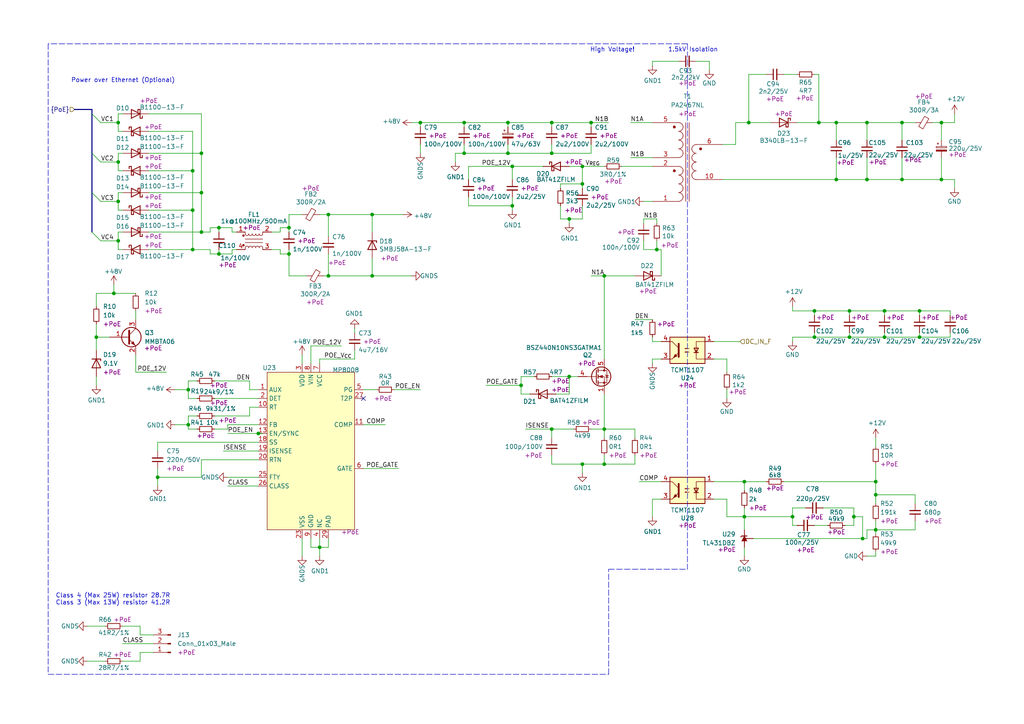
<source format=kicad_sch>
(kicad_sch (version 20210621) (generator eeschema)
  (paper "A4")
  (title_block (title "Power over Ethernet") (date "2021-08-30") (rev "proto1") (company "Nabu Casa") (comment 1 "www.nabucasa.com") (comment 2 "Yellow"))
  (junction (at 254 143.51) (diameter 0.9144))
  (junction (at 165.1 109.22) (diameter 0.9144))
  (junction (at 168.91 134.62) (diameter 0.9144))
  (junction (at 175.26 134.62) (diameter 0.9144))
  (junction (at 55.88 60.96) (diameter 0.9144))
  (junction (at 148.59 59.69) (diameter 0.9144))
  (junction (at 236.22 97.79) (diameter 0.9144))
  (junction (at 190.5 72.39) (diameter 0.9144))
  (junction (at 165.1 63.5) (diameter 0.9144))
  (junction (at 247.65 149.86))
  (junction (at 266.7 97.79) (diameter 0.9144))
  (junction (at 34.29 69.85) (diameter 0.9144))
  (junction (at 63.5 73.66) (diameter 0.9144))
  (junction (at 95.25 80.01) (diameter 0.9144))
  (junction (at 256.54 97.79) (diameter 0.9144))
  (junction (at 45.72 138.43) (diameter 0.9144))
  (junction (at 242.57 35.56) (diameter 0.9144))
  (junction (at 237.49 35.56) (diameter 0.9144))
  (junction (at 107.95 80.01) (diameter 0.9144))
  (junction (at 151.13 111.76) (diameter 0.9144))
  (junction (at 254 153.67) (diameter 0.9144))
  (junction (at 148.59 48.26) (diameter 0.9144))
  (junction (at 95.25 62.23) (diameter 0.9144))
  (junction (at 251.46 52.07) (diameter 0.9144))
  (junction (at 175.26 80.01) (diameter 0.9144))
  (junction (at 246.38 97.79) (diameter 0.9144))
  (junction (at 54.61 113.03) (diameter 0.9144))
  (junction (at 160.02 35.56) (diameter 0.9144))
  (junction (at 229.87 149.86) (diameter 0.9144))
  (junction (at 34.29 35.56) (diameter 0.9144))
  (junction (at 160.02 124.46) (diameter 0.9144))
  (junction (at 168.91 53.34) (diameter 0.9144))
  (junction (at 83.82 73.66) (diameter 0.9144))
  (junction (at 246.38 90.17) (diameter 0.9144))
  (junction (at 273.05 52.07) (diameter 0.9144))
  (junction (at 134.62 35.56) (diameter 0.9144))
  (junction (at 254 139.7) (diameter 0.9144))
  (junction (at 63.5 66.04) (diameter 0.9144))
  (junction (at 261.62 35.56) (diameter 0.9144))
  (junction (at 261.62 52.07) (diameter 0.9144))
  (junction (at 250.19 156.21))
  (junction (at 34.29 46.99) (diameter 0.9144))
  (junction (at 55.88 49.53) (diameter 0.9144))
  (junction (at 168.91 48.26) (diameter 0.9144))
  (junction (at 175.26 124.46) (diameter 0.9144))
  (junction (at 92.71 158.75) (diameter 0.9144))
  (junction (at 107.95 62.23) (diameter 0.9144))
  (junction (at 242.57 52.07) (diameter 0.9144))
  (junction (at 58.42 67.31) (diameter 0.9144))
  (junction (at 58.42 44.45) (diameter 0.9144))
  (junction (at 27.94 97.79) (diameter 0.9144))
  (junction (at 34.29 58.42) (diameter 0.9144))
  (junction (at 256.54 90.17) (diameter 0.9144))
  (junction (at 217.17 35.56) (diameter 0.9144))
  (junction (at 266.7 90.17) (diameter 0.9144))
  (junction (at 171.45 35.56) (diameter 0.9144))
  (junction (at 54.61 123.19) (diameter 0.9144))
  (junction (at 147.32 44.45) (diameter 0.9144))
  (junction (at 55.88 72.39) (diameter 0.9144))
  (junction (at 58.42 55.88) (diameter 0.9144))
  (junction (at 74.93 125.73))
  (junction (at 83.82 66.04) (diameter 0.9144))
  (junction (at 251.46 35.56) (diameter 0.9144))
  (junction (at 33.02 85.09) (diameter 0.9144))
  (junction (at 273.05 35.56) (diameter 0.9144))
  (junction (at 215.9 149.86) (diameter 0.9144))
  (junction (at 121.92 35.56) (diameter 0.9144))
  (junction (at 160.02 44.45) (diameter 0.9144))
  (junction (at 236.22 90.17) (diameter 0.9144))
  (junction (at 147.32 35.56) (diameter 0.9144))
  (junction (at 134.62 44.45) (diameter 0.9144))
  (junction (at 215.9 139.7) (diameter 0.9144))
  (no_connect (at 105.41 115.57))
  (bus_entry (at 26.67 33.02) (size 2.54 2.54) (stroke (width 0.1524)))
  (bus_entry (at 26.67 67.31) (size 2.54 2.54) (stroke (width 0.1524)))
  (bus_entry (at 26.67 44.45) (size 2.54 2.54) (stroke (width 0.1524)))
  (bus_entry (at 26.67 55.88) (size 2.54 2.54) (stroke (width 0.1524)))
  (wire (pts (xy 246.38 90.17) (xy 246.38 91.44)))
  (wire (pts (xy 229.87 149.86) (xy 229.87 152.4)))
  (polyline (pts (xy 13.97 12.7) (xy 13.97 195.58)) (stroke (width 0) (type dash)))
  (wire (pts (xy 114.3 113.03) (xy 121.92 113.03)))
  (wire (pts (xy 35.56 186.69) (xy 44.45 186.69)))
  (wire (pts (xy 132.08 44.45) (xy 132.08 46.99)))
  (wire (pts (xy 215.9 139.7) (xy 215.9 142.24)))
  (wire (pts (xy 242.57 35.56) (xy 242.57 40.64)))
  (wire (pts (xy 161.29 114.3) (xy 165.1 114.3)))
  (wire (pts (xy 175.26 124.46) (xy 184.15 124.46)))
  (wire (pts (xy 184.15 124.46) (xy 184.15 127)))
  (wire (pts (xy 186.69 72.39) (xy 190.5 72.39)))
  (wire (pts (xy 190.5 72.39) (xy 190.5 69.85)))
  (wire (pts (xy 63.5 66.04) (xy 60.96 66.04)))
  (wire (pts (xy 67.31 66.04) (xy 63.5 66.04)))
  (wire (pts (xy 67.31 67.31) (xy 67.31 66.04)))
  (wire (pts (xy 68.58 67.31) (xy 67.31 67.31)))
  (wire (pts (xy 60.96 66.04) (xy 60.96 67.31)))
  (wire (pts (xy 63.5 72.39) (xy 63.5 73.66)))
  (wire (pts (xy 189.23 17.78) (xy 189.23 19.05)))
  (wire (pts (xy 196.85 17.78) (xy 189.23 17.78)))
  (wire (pts (xy 134.62 44.45) (xy 132.08 44.45)))
  (wire (pts (xy 58.42 133.35) (xy 58.42 138.43)))
  (wire (pts (xy 58.42 138.43) (xy 45.72 138.43)))
  (wire (pts (xy 74.93 133.35) (xy 58.42 133.35)))
  (wire (pts (xy 83.82 66.04) (xy 83.82 67.31)))
  (wire (pts (xy 83.82 62.23) (xy 83.82 66.04)))
  (wire (pts (xy 87.63 62.23) (xy 83.82 62.23)))
  (wire (pts (xy 87.63 102.87) (xy 87.63 105.41)))
  (wire (pts (xy 254 127) (xy 254 129.54)))
  (wire (pts (xy 63.5 66.04) (xy 63.5 67.31)))
  (wire (pts (xy 43.18 67.31) (xy 58.42 67.31)))
  (wire (pts (xy 231.14 35.56) (xy 237.49 35.56)))
  (bus (pts (xy 26.67 31.75) (xy 26.67 33.02)))
  (bus (pts (xy 26.67 33.02) (xy 26.67 44.45)))
  (bus (pts (xy 26.67 44.45) (xy 26.67 55.88)))
  (bus (pts (xy 26.67 55.88) (xy 26.67 67.31)))
  (wire (pts (xy 151.13 114.3) (xy 151.13 111.76)))
  (wire (pts (xy 58.42 44.45) (xy 58.42 55.88)))
  (wire (pts (xy 160.02 132.08) (xy 160.02 134.62)))
  (wire (pts (xy 92.71 158.75) (xy 92.71 161.29)))
  (wire (pts (xy 29.21 35.56) (xy 34.29 35.56)))
  (wire (pts (xy 72.39 113.03) (xy 72.39 110.49)))
  (wire (pts (xy 74.93 113.03) (xy 72.39 113.03)))
  (wire (pts (xy 229.87 97.79) (xy 236.22 97.79)))
  (wire (pts (xy 54.61 115.57) (xy 57.15 115.57)))
  (wire (pts (xy 107.95 74.93) (xy 107.95 80.01)))
  (wire (pts (xy 148.59 48.26) (xy 157.48 48.26)))
  (wire (pts (xy 58.42 55.88) (xy 58.42 67.31)))
  (wire (pts (xy 121.92 35.56) (xy 121.92 36.83)))
  (wire (pts (xy 256.54 96.52) (xy 256.54 97.79)))
  (wire (pts (xy 148.59 48.26) (xy 148.59 52.07)))
  (wire (pts (xy 168.91 53.34) (xy 168.91 54.61)))
  (wire (pts (xy 162.56 53.34) (xy 168.91 53.34)))
  (wire (pts (xy 162.56 54.61) (xy 162.56 53.34)))
  (wire (pts (xy 78.74 67.31) (xy 81.28 67.31)))
  (wire (pts (xy 81.28 66.04) (xy 83.82 66.04)))
  (wire (pts (xy 81.28 67.31) (xy 81.28 66.04)))
  (wire (pts (xy 90.17 100.33) (xy 99.06 100.33)))
  (wire (pts (xy 165.1 109.22) (xy 160.02 109.22)))
  (wire (pts (xy 135.89 48.26) (xy 135.89 52.07)))
  (wire (pts (xy 88.9 80.01) (xy 83.82 80.01)))
  (wire (pts (xy 83.82 73.66) (xy 83.82 72.39)))
  (wire (pts (xy 83.82 80.01) (xy 83.82 73.66)))
  (wire (pts (xy 40.64 189.23) (xy 40.64 191.77)))
  (wire (pts (xy 40.64 191.77) (xy 35.56 191.77)))
  (wire (pts (xy 44.45 189.23) (xy 40.64 189.23)))
  (wire (pts (xy 229.87 97.79) (xy 229.87 99.06)))
  (wire (pts (xy 166.37 124.46) (xy 160.02 124.46)))
  (wire (pts (xy 217.17 21.59) (xy 217.17 35.56)))
  (wire (pts (xy 266.7 96.52) (xy 266.7 97.79)))
  (wire (pts (xy 58.42 33.02) (xy 58.42 44.45)))
  (wire (pts (xy 25.4 181.61) (xy 30.48 181.61)))
  (wire (pts (xy 275.59 96.52) (xy 275.59 97.79)))
  (wire (pts (xy 254 160.02) (xy 254 161.29)))
  (wire (pts (xy 254 161.29) (xy 251.46 161.29)))
  (wire (pts (xy 236.22 90.17) (xy 246.38 90.17)))
  (wire (pts (xy 215.9 149.86) (xy 229.87 149.86)))
  (wire (pts (xy 191.77 72.39) (xy 190.5 72.39)))
  (wire (pts (xy 191.77 80.01) (xy 191.77 72.39)))
  (wire (pts (xy 74.93 128.27) (xy 45.72 128.27)))
  (wire (pts (xy 45.72 128.27) (xy 45.72 130.81)))
  (wire (pts (xy 189.23 104.14) (xy 189.23 105.41)))
  (wire (pts (xy 66.04 138.43) (xy 74.93 138.43)))
  (wire (pts (xy 66.04 140.97) (xy 74.93 140.97)))
  (polyline (pts (xy 13.97 195.58) (xy 176.53 195.58)) (stroke (width 0) (type dash)))
  (wire (pts (xy 34.29 44.45) (xy 34.29 46.99)))
  (wire (pts (xy 245.11 152.4) (xy 247.65 152.4)))
  (wire (pts (xy 238.76 147.32) (xy 247.65 147.32)))
  (wire (pts (xy 247.65 149.86) (xy 247.65 147.32)))
  (wire (pts (xy 247.65 152.4) (xy 247.65 149.86)))
  (wire (pts (xy 168.91 48.26) (xy 175.26 48.26)))
  (wire (pts (xy 165.1 48.26) (xy 168.91 48.26)))
  (wire (pts (xy 236.22 90.17) (xy 236.22 91.44)))
  (wire (pts (xy 254 139.7) (xy 254 143.51)))
  (wire (pts (xy 254 134.62) (xy 254 139.7)))
  (wire (pts (xy 254 143.51) (xy 254 146.05)))
  (wire (pts (xy 191.77 104.14) (xy 189.23 104.14)))
  (wire (pts (xy 95.25 62.23) (xy 95.25 68.58)))
  (wire (pts (xy 276.86 52.07) (xy 276.86 54.61)))
  (wire (pts (xy 215.9 158.75) (xy 215.9 161.29)))
  (wire (pts (xy 261.62 45.72) (xy 261.62 52.07)))
  (wire (pts (xy 210.82 113.03) (xy 210.82 115.57)))
  (wire (pts (xy 72.39 120.65) (xy 72.39 118.11)))
  (wire (pts (xy 62.23 120.65) (xy 72.39 120.65)))
  (wire (pts (xy 270.51 35.56) (xy 273.05 35.56)))
  (wire (pts (xy 246.38 90.17) (xy 256.54 90.17)))
  (wire (pts (xy 227.33 139.7) (xy 254 139.7)))
  (wire (pts (xy 107.95 62.23) (xy 116.84 62.23)))
  (wire (pts (xy 55.88 72.39) (xy 60.96 72.39)))
  (wire (pts (xy 160.02 124.46) (xy 160.02 127)))
  (wire (pts (xy 54.61 124.46) (xy 57.15 124.46)))
  (wire (pts (xy 50.8 123.19) (xy 54.61 123.19)))
  (wire (pts (xy 266.7 97.79) (xy 275.59 97.79)))
  (polyline (pts (xy 176.53 195.58) (xy 176.53 165.1)) (stroke (width 0) (type dash)))
  (wire (pts (xy 254 153.67) (xy 254 154.94)))
  (wire (pts (xy 254 151.13) (xy 254 153.67)))
  (wire (pts (xy 151.13 111.76) (xy 151.13 109.22)))
  (wire (pts (xy 55.88 60.96) (xy 55.88 72.39)))
  (wire (pts (xy 34.29 60.96) (xy 34.29 58.42)))
  (wire (pts (xy 35.56 38.1) (xy 34.29 38.1)))
  (wire (pts (xy 205.74 17.78) (xy 201.93 17.78)))
  (wire (pts (xy 205.74 20.32) (xy 205.74 17.78)))
  (wire (pts (xy 43.18 49.53) (xy 55.88 49.53)))
  (wire (pts (xy 237.49 35.56) (xy 242.57 35.56)))
  (wire (pts (xy 134.62 41.91) (xy 134.62 44.45)))
  (wire (pts (xy 151.13 109.22) (xy 154.94 109.22)))
  (wire (pts (xy 95.25 158.75) (xy 92.71 158.75)))
  (wire (pts (xy 95.25 156.21) (xy 95.25 158.75)))
  (wire (pts (xy 189.23 144.78) (xy 189.23 149.86)))
  (wire (pts (xy 191.77 144.78) (xy 189.23 144.78)))
  (wire (pts (xy 242.57 52.07) (xy 251.46 52.07)))
  (wire (pts (xy 251.46 52.07) (xy 261.62 52.07)))
  (wire (pts (xy 261.62 52.07) (xy 273.05 52.07)))
  (wire (pts (xy 209.55 52.07) (xy 242.57 52.07)))
  (wire (pts (xy 55.88 49.53) (xy 55.88 60.96)))
  (wire (pts (xy 175.26 132.08) (xy 175.26 134.62)))
  (wire (pts (xy 39.37 102.87) (xy 39.37 107.95)))
  (wire (pts (xy 275.59 90.17) (xy 275.59 91.44)))
  (wire (pts (xy 105.41 113.03) (xy 109.22 113.03)))
  (wire (pts (xy 134.62 35.56) (xy 147.32 35.56)))
  (wire (pts (xy 34.29 72.39) (xy 34.29 69.85)))
  (wire (pts (xy 207.01 99.06) (xy 214.63 99.06)))
  (wire (pts (xy 29.21 69.85) (xy 34.29 69.85)))
  (wire (pts (xy 153.67 114.3) (xy 151.13 114.3)))
  (wire (pts (xy 33.02 82.55) (xy 33.02 85.09)))
  (wire (pts (xy 27.94 97.79) (xy 27.94 101.6)))
  (wire (pts (xy 31.75 97.79) (xy 27.94 97.79)))
  (wire (pts (xy 134.62 35.56) (xy 134.62 36.83)))
  (wire (pts (xy 34.29 67.31) (xy 34.29 69.85)))
  (wire (pts (xy 147.32 35.56) (xy 147.32 36.83)))
  (wire (pts (xy 182.88 45.72) (xy 189.23 45.72)))
  (wire (pts (xy 209.55 41.91) (xy 213.36 41.91)))
  (wire (pts (xy 213.36 35.56) (xy 217.17 35.56)))
  (wire (pts (xy 213.36 41.91) (xy 213.36 35.56)))
  (wire (pts (xy 43.18 55.88) (xy 58.42 55.88)))
  (polyline (pts (xy 199.39 12.7) (xy 199.39 165.1)) (stroke (width 0) (type dash)))
  (wire (pts (xy 250.19 156.21) (xy 251.46 156.21)))
  (wire (pts (xy 218.44 156.21) (xy 250.19 156.21)))
  (wire (pts (xy 160.02 41.91) (xy 160.02 44.45)))
  (wire (pts (xy 229.87 90.17) (xy 229.87 88.9)))
  (wire (pts (xy 95.25 62.23) (xy 107.95 62.23)))
  (wire (pts (xy 58.42 67.31) (xy 60.96 67.31)))
  (polyline (pts (xy 176.53 165.1) (xy 199.39 165.1)) (stroke (width 0) (type dash)))
  (wire (pts (xy 90.17 105.41) (xy 90.17 100.33)))
  (wire (pts (xy 29.21 46.99) (xy 34.29 46.99)))
  (wire (pts (xy 148.59 57.15) (xy 148.59 59.69)))
  (wire (pts (xy 62.23 110.49) (xy 72.39 110.49)))
  (wire (pts (xy 72.39 118.11) (xy 74.93 118.11)))
  (wire (pts (xy 105.41 123.19) (xy 111.76 123.19)))
  (polyline (pts (xy 199.39 12.7) (xy 13.97 12.7)) (stroke (width 0) (type dash)))
  (wire (pts (xy 215.9 149.86) (xy 215.9 153.67)))
  (wire (pts (xy 227.33 21.59) (xy 231.14 21.59)))
  (wire (pts (xy 186.69 69.85) (xy 186.69 72.39)))
  (wire (pts (xy 35.56 55.88) (xy 34.29 55.88)))
  (wire (pts (xy 265.43 153.67) (xy 265.43 151.13)))
  (wire (pts (xy 250.19 149.86) (xy 250.19 156.21)))
  (wire (pts (xy 247.65 149.86) (xy 250.19 149.86)))
  (wire (pts (xy 43.18 33.02) (xy 58.42 33.02)))
  (wire (pts (xy 119.38 35.56) (xy 121.92 35.56)))
  (wire (pts (xy 35.56 33.02) (xy 34.29 33.02)))
  (wire (pts (xy 165.1 114.3) (xy 165.1 109.22)))
  (wire (pts (xy 165.1 63.5) (xy 165.1 64.77)))
  (wire (pts (xy 251.46 35.56) (xy 261.62 35.56)))
  (wire (pts (xy 261.62 35.56) (xy 265.43 35.56)))
  (wire (pts (xy 242.57 35.56) (xy 251.46 35.56)))
  (wire (pts (xy 140.97 111.76) (xy 151.13 111.76)))
  (wire (pts (xy 34.29 49.53) (xy 34.29 46.99)))
  (wire (pts (xy 171.45 35.56) (xy 171.45 36.83)))
  (wire (pts (xy 62.23 115.57) (xy 74.93 115.57)))
  (wire (pts (xy 266.7 90.17) (xy 275.59 90.17)))
  (wire (pts (xy 207.01 104.14) (xy 210.82 104.14)))
  (wire (pts (xy 168.91 134.62) (xy 168.91 137.16)))
  (wire (pts (xy 43.18 44.45) (xy 58.42 44.45)))
  (wire (pts (xy 102.87 104.14) (xy 102.87 101.6)))
  (wire (pts (xy 215.9 147.32) (xy 215.9 149.86)))
  (wire (pts (xy 87.63 156.21) (xy 87.63 161.29)))
  (wire (pts (xy 236.22 96.52) (xy 236.22 97.79)))
  (wire (pts (xy 27.94 109.22) (xy 27.94 111.76)))
  (wire (pts (xy 34.29 55.88) (xy 34.29 58.42)))
  (wire (pts (xy 147.32 35.56) (xy 160.02 35.56)))
  (wire (pts (xy 35.56 49.53) (xy 34.29 49.53)))
  (wire (pts (xy 54.61 120.65) (xy 54.61 123.19)))
  (wire (pts (xy 57.15 120.65) (xy 54.61 120.65)))
  (wire (pts (xy 54.61 123.19) (xy 54.61 124.46)))
  (wire (pts (xy 237.49 21.59) (xy 237.49 35.56)))
  (wire (pts (xy 265.43 143.51) (xy 265.43 146.05)))
  (wire (pts (xy 254 143.51) (xy 265.43 143.51)))
  (wire (pts (xy 186.69 58.42) (xy 189.23 58.42)))
  (wire (pts (xy 222.25 21.59) (xy 217.17 21.59)))
  (wire (pts (xy 182.88 35.56) (xy 189.23 35.56)))
  (wire (pts (xy 43.18 72.39) (xy 55.88 72.39)))
  (wire (pts (xy 135.89 57.15) (xy 135.89 59.69)))
  (wire (pts (xy 134.62 44.45) (xy 147.32 44.45)))
  (wire (pts (xy 121.92 41.91) (xy 121.92 44.45)))
  (wire (pts (xy 39.37 90.17) (xy 39.37 92.71)))
  (wire (pts (xy 105.41 135.89) (xy 115.57 135.89)))
  (wire (pts (xy 95.25 73.66) (xy 95.25 80.01)))
  (wire (pts (xy 95.25 80.01) (xy 107.95 80.01)))
  (wire (pts (xy 107.95 80.01) (xy 119.38 80.01)))
  (wire (pts (xy 93.98 80.01) (xy 95.25 80.01)))
  (wire (pts (xy 273.05 35.56) (xy 276.86 35.56)))
  (wire (pts (xy 276.86 35.56) (xy 276.86 33.02)))
  (wire (pts (xy 78.74 72.39) (xy 81.28 72.39)))
  (wire (pts (xy 81.28 72.39) (xy 81.28 73.66)))
  (wire (pts (xy 81.28 73.66) (xy 83.82 73.66)))
  (wire (pts (xy 66.04 123.19) (xy 74.93 123.19)))
  (wire (pts (xy 66.04 124.46) (xy 66.04 123.19)))
  (wire (pts (xy 62.23 124.46) (xy 66.04 124.46)))
  (wire (pts (xy 29.21 58.42) (xy 34.29 58.42)))
  (wire (pts (xy 207.01 139.7) (xy 215.9 139.7)))
  (wire (pts (xy 215.9 139.7) (xy 222.25 139.7)))
  (wire (pts (xy 175.26 80.01) (xy 175.26 104.14)))
  (wire (pts (xy 168.91 134.62) (xy 175.26 134.62)))
  (wire (pts (xy 160.02 134.62) (xy 168.91 134.62)))
  (wire (pts (xy 43.18 60.96) (xy 55.88 60.96)))
  (wire (pts (xy 34.29 33.02) (xy 34.29 35.56)))
  (wire (pts (xy 251.46 45.72) (xy 251.46 52.07)))
  (wire (pts (xy 152.4 124.46) (xy 160.02 124.46)))
  (wire (pts (xy 168.91 48.26) (xy 168.91 53.34)))
  (wire (pts (xy 25.4 191.77) (xy 30.48 191.77)))
  (wire (pts (xy 35.56 72.39) (xy 34.29 72.39)))
  (wire (pts (xy 273.05 45.72) (xy 273.05 52.07)))
  (wire (pts (xy 60.96 72.39) (xy 60.96 73.66)))
  (wire (pts (xy 60.96 73.66) (xy 63.5 73.66)))
  (wire (pts (xy 63.5 73.66) (xy 67.31 73.66)))
  (wire (pts (xy 67.31 73.66) (xy 67.31 72.39)))
  (wire (pts (xy 67.31 72.39) (xy 68.58 72.39)))
  (wire (pts (xy 54.61 110.49) (xy 57.15 110.49)))
  (wire (pts (xy 76.2 125.73) (xy 74.93 125.73)))
  (wire (pts (xy 45.72 135.89) (xy 45.72 138.43)))
  (wire (pts (xy 236.22 21.59) (xy 237.49 21.59)))
  (wire (pts (xy 210.82 144.78) (xy 210.82 149.86)))
  (wire (pts (xy 210.82 149.86) (xy 215.9 149.86)))
  (wire (pts (xy 207.01 144.78) (xy 210.82 144.78)))
  (wire (pts (xy 27.94 85.09) (xy 27.94 88.9)))
  (wire (pts (xy 33.02 85.09) (xy 27.94 85.09)))
  (wire (pts (xy 39.37 85.09) (xy 33.02 85.09)))
  (wire (pts (xy 256.54 90.17) (xy 266.7 90.17)))
  (wire (pts (xy 246.38 97.79) (xy 256.54 97.79)))
  (wire (pts (xy 185.42 139.7) (xy 191.77 139.7)))
  (wire (pts (xy 160.02 35.56) (xy 160.02 36.83)))
  (wire (pts (xy 171.45 35.56) (xy 176.53 35.56)))
  (wire (pts (xy 175.26 134.62) (xy 184.15 134.62)))
  (wire (pts (xy 184.15 132.08) (xy 184.15 134.62)))
  (wire (pts (xy 175.26 124.46) (xy 175.26 127)))
  (wire (pts (xy 160.02 35.56) (xy 171.45 35.56)))
  (wire (pts (xy 160.02 44.45) (xy 171.45 44.45)))
  (wire (pts (xy 251.46 153.67) (xy 251.46 156.21)))
  (wire (pts (xy 254 153.67) (xy 251.46 153.67)))
  (wire (pts (xy 189.23 99.06) (xy 191.77 99.06)))
  (wire (pts (xy 189.23 97.79) (xy 189.23 99.06)))
  (wire (pts (xy 27.94 93.98) (xy 27.94 97.79)))
  (wire (pts (xy 256.54 90.17) (xy 256.54 91.44)))
  (wire (pts (xy 273.05 35.56) (xy 273.05 40.64)))
  (wire (pts (xy 229.87 152.4) (xy 231.14 152.4)))
  (wire (pts (xy 242.57 45.72) (xy 242.57 52.07)))
  (wire (pts (xy 246.38 96.52) (xy 246.38 97.79)))
  (wire (pts (xy 147.32 41.91) (xy 147.32 44.45)))
  (wire (pts (xy 229.87 147.32) (xy 229.87 149.86)))
  (wire (pts (xy 233.68 147.32) (xy 229.87 147.32)))
  (wire (pts (xy 34.29 38.1) (xy 34.29 35.56)))
  (wire (pts (xy 171.45 80.01) (xy 175.26 80.01)))
  (wire (pts (xy 175.26 80.01) (xy 184.15 80.01)))
  (wire (pts (xy 35.56 67.31) (xy 34.29 67.31)))
  (wire (pts (xy 236.22 97.79) (xy 246.38 97.79)))
  (wire (pts (xy 107.95 67.31) (xy 107.95 62.23)))
  (wire (pts (xy 135.89 48.26) (xy 148.59 48.26)))
  (wire (pts (xy 254 153.67) (xy 265.43 153.67)))
  (wire (pts (xy 90.17 156.21) (xy 90.17 158.75)))
  (wire (pts (xy 90.17 158.75) (xy 92.71 158.75)))
  (wire (pts (xy 92.71 158.75) (xy 92.71 156.21)))
  (wire (pts (xy 236.22 152.4) (xy 240.03 152.4)))
  (wire (pts (xy 168.91 63.5) (xy 168.91 59.69)))
  (wire (pts (xy 162.56 59.69) (xy 162.56 63.5)))
  (wire (pts (xy 162.56 63.5) (xy 165.1 63.5)))
  (wire (pts (xy 165.1 63.5) (xy 168.91 63.5)))
  (wire (pts (xy 171.45 41.91) (xy 171.45 44.45)))
  (wire (pts (xy 50.8 113.03) (xy 54.61 113.03)))
  (wire (pts (xy 229.87 90.17) (xy 236.22 90.17)))
  (wire (pts (xy 55.88 38.1) (xy 55.88 49.53)))
  (wire (pts (xy 184.15 92.71) (xy 189.23 92.71)))
  (wire (pts (xy 121.92 35.56) (xy 134.62 35.56)))
  (bus (pts (xy 21.59 31.75) (xy 26.67 31.75)))
  (wire (pts (xy 210.82 104.14) (xy 210.82 107.95)))
  (wire (pts (xy 217.17 35.56) (xy 223.52 35.56)))
  (wire (pts (xy 175.26 114.3) (xy 175.26 124.46)))
  (wire (pts (xy 135.89 59.69) (xy 148.59 59.69)))
  (wire (pts (xy 35.56 44.45) (xy 34.29 44.45)))
  (wire (pts (xy 266.7 90.17) (xy 266.7 91.44)))
  (wire (pts (xy 39.37 107.95) (xy 48.26 107.95)))
  (wire (pts (xy 273.05 52.07) (xy 276.86 52.07)))
  (wire (pts (xy 92.71 104.14) (xy 102.87 104.14)))
  (wire (pts (xy 92.71 105.41) (xy 92.71 104.14)))
  (wire (pts (xy 92.71 62.23) (xy 95.25 62.23)))
  (wire (pts (xy 171.45 124.46) (xy 175.26 124.46)))
  (wire (pts (xy 54.61 113.03) (xy 54.61 115.57)))
  (wire (pts (xy 54.61 110.49) (xy 54.61 113.03)))
  (wire (pts (xy 256.54 97.79) (xy 266.7 97.79)))
  (wire (pts (xy 35.56 60.96) (xy 34.29 60.96)))
  (wire (pts (xy 165.1 109.22) (xy 167.64 109.22)))
  (wire (pts (xy 148.59 59.69) (xy 148.59 60.96)))
  (wire (pts (xy 251.46 35.56) (xy 251.46 40.64)))
  (wire (pts (xy 261.62 35.56) (xy 261.62 40.64)))
  (wire (pts (xy 147.32 44.45) (xy 160.02 44.45)))
  (wire (pts (xy 45.72 140.97) (xy 45.72 138.43)))
  (wire (pts (xy 40.64 181.61) (xy 35.56 181.61)))
  (wire (pts (xy 40.64 184.15) (xy 40.64 181.61)))
  (wire (pts (xy 44.45 184.15) (xy 40.64 184.15)))
  (wire (pts (xy 180.34 48.26) (xy 189.23 48.26)))
  (wire (pts (xy 64.77 130.81) (xy 74.93 130.81)))
  (wire (pts (xy 66.04 125.73) (xy 74.93 125.73)))
  (wire (pts (xy 43.18 38.1) (xy 55.88 38.1)))
  (wire (pts (xy 190.5 63.5) (xy 186.69 63.5)))
  (wire (pts (xy 190.5 64.77) (xy 190.5 63.5)))
  (wire (pts (xy 186.69 63.5) (xy 186.69 64.77)))
  (wire (pts (xy 102.87 95.25) (xy 102.87 96.52)))
  (text "Class 4 (Max 25W) resistor 28.7R\nClass 3 (Max 13W) resistor 41.2R" (at 49.403 175.641 0) (effects (font (size 1.27 1.27)) (justify right bottom)))
  (text "Power over Ethernet (Optional)" (at 50.8 24.13 180) (effects (font (size 1.27 1.27)) (justify right bottom)))
  (text "High Voltage!" (at 184.15 15.24 180) (effects (font (size 1.27 1.27)) (justify right bottom)))
  (text "1.5kV Isolation" (at 208.28 15.24 180) (effects (font (size 1.27 1.27)) (justify right bottom)))
  (label "VC2" (at 33.02 46.99 180))
  (label "VC1" (at 33.02 35.56 180))
  (label "CLASS" (at 66.04 140.97 0))
  (label "POE_12V" (at 99.06 100.33 180))
  (label "POE_GATE" (at 115.57 135.89 180))
  (label "POE_EN" (at 66.04 125.73 0))
  (label "DEN" (at 184.15 92.71 0))
  (label "CLASS" (at 35.56 186.69 0))
  (label "N1B" (at 186.69 63.5 0))
  (label "COMP" (at 185.42 139.7 0))
  (label "COMP" (at 111.76 123.19 180))
  (label "POE_EN" (at 121.92 113.03 180))
  (label "V_{REG}" (at 173.99 48.26 180))
  (label "POE_12V" (at 48.26 107.95 180))
  (label "VC3" (at 33.02 58.42 180))
  (label "N1B" (at 176.53 35.56 180))
  (label "DEN" (at 68.58 110.49 0))
  (label "N1B" (at 182.88 45.72 0))
  (label "POE_12V" (at 139.7 48.26 0))
  (label "N1A" (at 171.45 80.01 0))
  (label "ISENSE" (at 152.4 124.46 0))
  (label "POE_V_{CC}" (at 93.98 104.14 0))
  (label "POE_GATE" (at 140.97 111.76 0))
  (label "ISENSE" (at 64.77 130.81 0))
  (label "N1A" (at 182.88 35.56 0))
  (label "VC4" (at 33.02 69.85 180))
  (hierarchical_label "{PoE}" (shape input) (at 21.59 31.75 180))
  (hierarchical_label "DC_IN_F" (shape input) (at 214.63 99.06 0))
  (symbol (lib_id "Device:D_Schottky") (at 39.37 67.31 180) (unit 1)
    (property "Reference" "D16" (at 35.56 65.6398 0))
    (property "Value" "B1100-13-F" (at 46.99 65.398 0))
    (property "Footprint" "Diode_SMD:D_SMA" (effects hide))
    (property "Config" "+PoE" (at 44.45 68.58 0))
    (property "Manufacturer" "Diodes Incorporated" (effects hide))
    (property "PartNumber" "B1100-13-F" (effects hide))
  )
  (symbol (lib_id "power:GND1") (at 27.94 111.76 0) (unit 1)
    (property "Reference" "#PWR062" (effects hide))
    (property "Value" "GND1" (at 28.0543 116.0844 0))
  )
  (symbol (lib_id "power:GNDS") (at 87.63 161.29 0) (unit 1)
    (property "Reference" "#PWR070" (effects hide))
    (property "Value" "GNDS" (at 87.63 166.37 90))
  )
  (symbol (lib_id "power:GND") (at 210.82 115.57 0) (unit 1)
    (property "Reference" "#PWR0183" (effects hide))
    (property "Value" "GND" (at 212.8393 119.3801 0) (effects (justify right)))
  )
  (symbol (lib_id "Device:R_Small") (at 233.68 21.59 90) (unit 1)
    (property "Reference" "R65" (at 235.5786 23.9013 90) (effects (justify left)))
    (property "Value" "4R7" (at 235.591 26.314 90) (effects (justify left)))
    (property "Footprint" "Resistor_SMD:R_1206_3216Metric" (effects hide))
    (property "Config" "+PoE" (at 233.426 28.448 90))
  )
  (symbol (lib_id "power:GND1") (at 189.23 19.05 0) (unit 1)
    (property "Reference" "#PWR0179" (effects hide))
    (property "Value" "GND1" (at 189.3443 23.3744 0))
  )
  (symbol (lib_id "Device:R_Small") (at 59.69 110.49 90) (unit 1)
    (property "Reference" "R45" (at 57.15 108.585 90))
    (property "Value" "47k" (at 62.23 108.585 90))
    (property "Footprint" "Resistor_SMD:R_0402_1005Metric" (effects hide))
    (property "Config" "+PoE" (at 63.5 111.76 90))
  )
  (symbol (lib_id "Device:C_Small") (at 275.59 93.98 0) (unit 1)
    (property "Reference" "C106" (at 276.0092 96.0056 0) (effects (justify left)))
    (property "Value" "22u/25V" (at 276.009 98.939 0) (effects (justify left)))
    (property "Footprint" "Capacitor_SMD:C_0805_2012Metric" (effects hide))
    (property "Config" "+PoE" (at 278.13 92.075 0))
  )
  (symbol (lib_id "power:GND") (at 251.46 161.29 270) (unit 1)
    (property "Reference" "#PWR0159" (effects hide))
    (property "Value" "GND" (at 248.92 161.29 90) (effects (justify right)))
  )
  (symbol (lib_id "Device:D_Zener") (at 107.95 71.12 270) (unit 1)
    (property "Reference" "D18" (at 109.9821 69.9706 90) (effects (justify left)))
    (property "Value" "SMBJ58A-13-F" (at 109.982 72.269 90) (effects (justify left)))
    (property "Footprint" "Diode_SMD:D_SMB" (effects hide))
    (property "Datasheet" "https://www.diodes.com/assets/Datasheets/ds19002.pdf" (effects hide))
    (property "Config" "+PoE" (at 113.03 74.93 90))
    (property "Manufacturer" "Diodes Incorporated" (effects hide))
    (property "PartNumber" "SMBJ58A-13-F" (effects hide))
  )
  (symbol (lib_id "Device:R_Small") (at 242.57 152.4 270) (unit 1)
    (property "Reference" "R50" (at 242.57 148.59 90))
    (property "Value" "49k9" (at 242.57 150.495 90))
    (property "Footprint" "Resistor_SMD:R_0402_1005Metric" (effects hide))
    (property "Config" "+PoE" (at 242.57 154.305 90))
  )
  (symbol (lib_id "Device:C_Small") (at 160.02 39.37 0) (unit 1)
    (property "Reference" "C87" (at 161.0742 36.9506 0) (effects (justify left)))
    (property "Value" "2u2/100V" (at 161.074 41.789 0) (effects (justify left)))
    (property "Footprint" "Capacitor_SMD:C_1206_3216Metric" (effects hide))
    (property "Config" "+PoE" (at 165.1 39.37 0))
  )
  (symbol (lib_id "Device:R_Small") (at 175.26 129.54 0) (unit 1)
    (property "Reference" "R60" (at 176.53 126.9999 0) (effects (justify left)))
    (property "Value" "0R1" (at 176.53 129.5399 0) (effects (justify left)))
    (property "Footprint" "Resistor_SMD:R_0805_2012Metric" (effects hide))
    (property "Config" "+PoE" (at 176.53 132.0799 0) (effects (justify left)))
    (property "Characteristics" "0.1 Watt" (effects hide))
  )
  (symbol (lib_id "Device:C_Small") (at 242.57 43.18 0) (unit 1)
    (property "Reference" "C96" (at 242.9892 41.3956 0) (effects (justify left)))
    (property "Value" "1u/25V" (at 242.989 45.091 0) (effects (justify left)))
    (property "Footprint" "Capacitor_SMD:C_0402_1005Metric" (effects hide))
    (property "Config" "+PoE" (at 245.237 47.117 0))
  )
  (symbol (lib_id "Device:R_Small") (at 254 157.48 180) (unit 1)
    (property "Reference" "R53" (at 255.27 154.9399 0) (effects (justify right)))
    (property "Value" "49k9" (at 255.27 157.4799 0) (effects (justify right)))
    (property "Footprint" "Resistor_SMD:R_0402_1005Metric" (effects hide))
    (property "Config" "+PoE" (at 255.27 160.0199 0) (effects (justify right)))
  )
  (symbol (lib_id "power:GND1") (at 165.1 64.77 0) (unit 1)
    (property "Reference" "#PWR0177" (effects hide))
    (property "Value" "GND1" (at 165.2143 69.0944 0))
  )
  (symbol (lib_id "Device:C_Small") (at 45.72 133.35 180) (unit 1)
    (property "Reference" "C75" (at 48.26 130.8099 0) (effects (justify right)))
    (property "Value" "220n/50V" (at 48.26 133.3499 0) (effects (justify right)))
    (property "Footprint" "Capacitor_SMD:C_0805_2012Metric" (effects hide))
    (property "Config" "+PoE" (at 48.26 135.8899 0) (effects (justify right)))
  )
  (symbol (lib_id "power:GND1") (at 92.71 161.29 0) (unit 1)
    (property "Reference" "#PWR0166" (effects hide))
    (property "Value" "GND1" (at 92.8243 165.6144 0))
  )
  (symbol (lib_id "Device:C_Small") (at 236.22 93.98 0) (unit 1)
    (property "Reference" "C102" (at 236.6392 96.0056 0) (effects (justify left)))
    (property "Value" "22u/25V" (at 236.639 98.939 0) (effects (justify left)))
    (property "Footprint" "Capacitor_SMD:C_0805_2012Metric" (effects hide))
    (property "Config" "+PoE" (at 239.395 92.075 0))
  )
  (symbol (lib_id "power:GND1") (at 132.08 46.99 0) (unit 1)
    (property "Reference" "#PWR0173" (effects hide))
    (property "Value" "GND1" (at 132.1943 51.3144 0))
  )
  (symbol (lib_id "Device:R_Small") (at 190.5 67.31 0) (unit 1)
    (property "Reference" "R63" (at 191.9987 66.1606 0) (effects (justify left)))
    (property "Value" "10k" (at 191.999 68.459 0) (effects (justify left)))
    (property "Footprint" "Resistor_SMD:R_0402_1005Metric" (effects hide))
    (property "Config" "+PoE" (at 194.31 71.12 0))
  )
  (symbol (lib_id "Device:C_Small") (at 266.7 93.98 0) (unit 1)
    (property "Reference" "C104" (at 267.1192 96.0056 0) (effects (justify left)))
    (property "Value" "22u/25V" (at 267.119 98.939 0) (effects (justify left)))
    (property "Footprint" "Capacitor_SMD:C_0805_2012Metric" (effects hide))
    (property "Config" "+PoE" (at 269.875 92.075 0))
  )
  (symbol (lib_id "power:+48V") (at 116.84 62.23 270) (unit 1)
    (property "Reference" "#PWR0165" (effects hide))
    (property "Value" "+48V" (at 120.0151 62.5983 90) (effects (justify left)))
  )
  (symbol (lib_id "Device:D_Schottky") (at 39.37 38.1 0) (unit 1)
    (property "Reference" "D11" (at 35.56 40.2398 0))
    (property "Value" "B1100-13-F" (at 46.99 39.998 0))
    (property "Footprint" "Diode_SMD:D_SMA" (effects hide))
    (property "Config" "+PoE" (at 44.45 36.83 0))
    (property "Manufacturer" "Diodes Incorporated" (effects hide))
    (property "PartNumber" "B1100-13-F" (effects hide))
  )
  (symbol (lib_id "Device:R_Small") (at 157.48 109.22 90) (unit 1)
    (property "Reference" "R57" (at 153.67 107.95 90))
    (property "Value" "4R7" (at 161.29 107.95 90))
    (property "Footprint" "Resistor_SMD:R_1206_3216Metric" (effects hide))
    (property "Config" "+PoE" (at 162.56 110.49 90))
  )
  (symbol (lib_id "Device:R_Small") (at 33.02 181.61 90) (unit 1)
    (property "Reference" "R66" (at 30.48 179.705 90))
    (property "Value" "41R2/1%" (at 33.02 183.515 90))
    (property "Footprint" "Resistor_SMD:R_0402_1005Metric" (effects hide))
    (property "Config" "+PoE" (at 35.56 179.705 90))
  )
  (symbol (lib_id "Device:C_Small") (at 160.02 129.54 0) (unit 1)
    (property "Reference" "C88" (at 157.48 126.9999 0) (effects (justify right)))
    (property "Value" "100p/100V" (at 157.48 129.5399 0) (effects (justify right)))
    (property "Footprint" "Capacitor_SMD:C_0805_2012Metric" (effects hide))
    (property "Config" "+PoE" (at 157.48 132.0799 0) (effects (justify right)))
  )
  (symbol (lib_id "power:+48V") (at 119.38 35.56 90) (unit 1)
    (property "Reference" "#PWR0169" (effects hide))
    (property "Value" "+48V" (at 116.2049 35.1917 90) (effects (justify left)))
  )
  (symbol (lib_id "Device:C_Small") (at 265.43 148.59 180) (unit 1)
    (property "Reference" "C80" (at 267.97 146.0499 0) (effects (justify right)))
    (property "Value" "680p" (at 267.97 148.5899 0) (effects (justify right)))
    (property "Footprint" "Capacitor_SMD:C_0402_1005Metric" (effects hide))
    (property "Config" "+PoE" (at 267.97 151.1299 0) (effects (justify right)))
  )
  (symbol (lib_id "Device:C_Small") (at 199.39 17.78 90) (unit 1)
    (property "Reference" "C93" (at 200.7806 20.5358 90) (effects (justify left)))
    (property "Value" "2n2/2kV" (at 203.079 22.441 90) (effects (justify left)))
    (property "Footprint" "Capacitor_SMD:C_1812_4532Metric" (effects hide))
    (property "Config" "+PoE" (at 199.39 24.13 90))
  )
  (symbol (lib_id "power:+48V") (at 87.63 102.87 0) (unit 1)
    (property "Reference" "#PWR0164" (effects hide))
    (property "Value" "+48V" (at 84.8233 99.0599 0) (effects (justify left)))
  )
  (symbol (lib_id "power:+12V") (at 254 127 0) (unit 1)
    (property "Reference" "#PWR0160" (effects hide))
    (property "Value" "+12V" (at 254.3683 122.6756 0))
  )
  (symbol (lib_id "Device:Ferrite_Bead_Small") (at 90.17 62.23 90) (unit 1)
    (property "Reference" "FB2" (at 90.17 56.318 90))
    (property "Value" "300R/2A" (at 90.17 58.617 90))
    (property "Footprint" "Resistor_SMD:R_0805_2012Metric" (effects hide))
    (property "Config" "+PoE" (at 90.17 54.61 90))
    (property "Manufacturer" "Würth Elektronik" (effects hide))
    (property "PartNumber" "742792031" (effects hide))
  )
  (symbol (lib_id "Device:R_Small") (at 162.56 57.15 0) (unit 1)
    (property "Reference" "R56" (at 164.0587 56.0006 0) (effects (justify left)))
    (property "Value" "3k3" (at 164.059 58.299 0) (effects (justify left)))
    (property "Footprint" "Resistor_SMD:R_0402_1005Metric" (effects hide))
    (property "Config" "+PoE" (at 166.37 60.96 0))
  )
  (symbol (lib_id "power:+12V") (at 276.86 33.02 0) (unit 1)
    (property "Reference" "#PWR0188" (effects hide))
    (property "Value" "+12V" (at 277.2283 28.6956 0))
  )
  (symbol (lib_id "power:GND") (at 229.87 99.06 0) (unit 1)
    (property "Reference" "#PWR0187" (effects hide))
    (property "Value" "GND" (at 231.8893 102.8701 0) (effects (justify right)))
  )
  (symbol (lib_id "Device:C_Small") (at 102.87 99.06 0) (unit 1)
    (property "Reference" "C73" (at 103.9242 96.6406 0) (effects (justify left)))
    (property "Value" "4u7/16V" (at 103.924 101.479 0) (effects (justify left)))
    (property "Footprint" "Capacitor_SMD:C_0805_2012Metric" (effects hide))
    (property "Config" "+PoE" (at 107.95 99.06 0))
  )
  (symbol (lib_id "power:GND1") (at 102.87 95.25 180) (unit 1)
    (property "Reference" "#PWR0155" (effects hide))
    (property "Value" "GND1" (at 102.7557 90.9256 0))
  )
  (symbol (lib_id "Device:R_Small") (at 168.91 124.46 90) (unit 1)
    (property "Reference" "R58" (at 166.37 122.555 90))
    (property "Value" "4k99" (at 168.91 126.365 90))
    (property "Footprint" "Resistor_SMD:R_0402_1005Metric" (effects hide))
    (property "Config" "+PoE" (at 171.45 122.555 90))
  )
  (symbol (lib_id "Transistor_BJT:MMBTA42") (at 36.83 97.79 0) (unit 1)
    (property "Reference" "Q3" (at 41.91 96.5199 0) (effects (justify left)))
    (property "Value" "MMBTA06" (at 41.91 99.0599 0) (effects (justify left)))
    (property "Footprint" "Package_TO_SOT_SMD:SOT-23" (effects hide))
    (property "Datasheet" "https://www.onsemi.com/pub/Collateral/MMBTA42LT1-D.PDF" (effects hide))
    (property "Config" "+PoE" (at 44.45 100.965 0))
    (property "Manufacturer" "Diodes Incorporated" (effects hide))
    (property "PartNumber" "MMBTA06-7-F" (effects hide))
  )
  (symbol (lib_id "Device:D_Schottky") (at 39.37 72.39 0) (unit 1)
    (property "Reference" "D17" (at 35.56 74.5298 0))
    (property "Value" "B1100-13-F" (at 46.99 74.288 0))
    (property "Footprint" "Diode_SMD:D_SMA" (effects hide))
    (property "Config" "+PoE" (at 44.45 71.12 0))
    (property "Manufacturer" "Diodes Incorporated" (effects hide))
    (property "PartNumber" "B1100-13-F" (effects hide))
  )
  (symbol (lib_id "Device:D_Zener") (at 27.94 105.41 270) (unit 1)
    (property "Reference" "D19" (at 29.845 102.8699 90) (effects (justify left)))
    (property "Value" "9.1V" (at 29.845 105.4099 90) (effects (justify left)))
    (property "Footprint" "Diode_SMD:D_SOD-123" (effects hide))
    (property "Config" "+PoE" (at 29.845 107.9499 90) (effects (justify left)))
    (property "Manufacturer" "Diodes Incorporated" (effects hide))
    (property "PartNumber" "BZT52C9V1-7-F" (effects hide))
  )
  (symbol (lib_id "Amber:Filter_EMI_LL_1243") (at 73.66 69.85 0) (unit 1)
    (property "Reference" "FL1" (at 73.66 62.23 0))
    (property "Value" "1k@100MHz{slash}500mA" (at 73.66 64.135 0))
    (property "Footprint" "Amber:L_CommonModeChoke_Murata_DLW5B" (effects hide))
    (property "Datasheet" "https://www.murata.com/en-global/api/pdfdownloadapi?cate=cgsubChipCommoModeChokeCoil&partno=DLW5BTM102SQ2%23" (effects hide))
    (property "Config" "+PoE" (at 73.025 66.04 0))
    (property "Manufacturer" "Murata Electronics" (effects hide))
    (property "PartNumber" "DLW5BTM102SQ2" (effects hide))
  )
  (symbol (lib_id "Device:C_Small") (at 261.62 43.18 0) (unit 1)
    (property "Reference" "C103" (at 262.6742 41.3956 0) (effects (justify left)))
    (property "Value" "22u/25V" (at 262.039 44.964 0) (effects (justify left)))
    (property "Footprint" "Capacitor_SMD:C_0805_2012Metric" (effects hide))
    (property "Config" "+PoE" (at 264.795 46.355 0))
  )
  (symbol (lib_id "Reference_Voltage:TL431DBZ") (at 215.9 156.21 270) (mirror x) (unit 1)
    (property "Reference" "U29" (at 213.36 154.9399 90) (effects (justify right)))
    (property "Value" "TL431DBZ" (at 213.36 157.4799 90) (effects (justify right)))
    (property "Footprint" "Package_TO_SOT_SMD:SOT-23" (effects hide))
    (property "Datasheet" "http://www.ti.com/lit/ds/symlink/tl431.pdf" (effects hide))
    (property "Config" "+PoE" (at 210.82 159.385 90))
    (property "Manufacturer" "Texas Instruments" (effects hide))
    (property "PartNumber" "TL431LIBCDBZR" (effects hide))
  )
  (symbol (lib_id "Device:Ferrite_Bead_Small") (at 91.44 80.01 90) (unit 1)
    (property "Reference" "FB3" (at 91.44 82.988 90))
    (property "Value" "300R/2A" (at 91.44 85.287 90))
    (property "Footprint" "Resistor_SMD:R_0805_2012Metric" (effects hide))
    (property "Config" "+PoE" (at 91.44 87.63 90))
    (property "Manufacturer" "Würth Elektronik" (effects hide))
    (property "PartNumber" "742792031" (effects hide))
  )
  (symbol (lib_id "Device:C_Small") (at 233.68 152.4 90) (unit 1)
    (property "Reference" "C77" (at 235.0706 155.1558 90) (effects (justify left)))
    (property "Value" "100n/25V" (at 237.496 157.315 90) (effects (justify left)))
    (property "Footprint" "Capacitor_SMD:C_0402_1005Metric" (effects hide))
    (property "Config" "+PoE" (at 233.68 159.512 90))
  )
  (symbol (lib_id "Device:R_Small") (at 254 148.59 180) (unit 1)
    (property "Reference" "R52" (at 255.27 146.0499 0) (effects (justify right)))
    (property "Value" "191k" (at 255.27 148.5899 0) (effects (justify right)))
    (property "Footprint" "Resistor_SMD:R_0402_1005Metric" (effects hide))
    (property "Config" "+PoE" (at 255.27 151.1299 0) (effects (justify right)))
  )
  (symbol (lib_id "Device:R_Small") (at 189.23 95.25 180) (unit 1)
    (property "Reference" "R47" (at 182.88 93.9799 0) (effects (justify right)))
    (property "Value" "1k5" (at 182.88 96.5199 0) (effects (justify right)))
    (property "Footprint" "Resistor_SMD:R_0402_1005Metric" (effects hide))
    (property "Config" "+PoE" (at 190.5 93.9799 0) (effects (justify right)))
  )
  (symbol (lib_id "power:GND1") (at 45.72 140.97 0) (unit 1)
    (property "Reference" "#PWR079" (effects hide))
    (property "Value" "GND1" (at 45.8343 144.6594 0))
  )
  (symbol (lib_id "Device:C_Small") (at 121.92 39.37 0) (unit 1)
    (property "Reference" "C79" (at 122.9742 36.9506 0) (effects (justify left)))
    (property "Value" "100n/100V" (at 122.974 41.789 0) (effects (justify left)))
    (property "Footprint" "Capacitor_SMD:C_0805_2012Metric" (effects hide))
    (property "Config" "+PoE" (at 127 39.37 0))
  )
  (symbol (lib_id "Device:C_Small") (at 95.25 71.12 0) (unit 1)
    (property "Reference" "C76" (at 96.3042 68.7006 0) (effects (justify left)))
    (property "Value" "1n/100V" (at 96.304 73.539 0) (effects (justify left)))
    (property "Footprint" "Capacitor_SMD:C_0805_2012Metric" (effects hide))
    (property "Config" "+PoE" (at 97.79 76.2 0))
  )
  (symbol (lib_id "Device:R_Small") (at 254 132.08 180) (unit 1)
    (property "Reference" "R51" (at 255.27 129.5399 0) (effects (justify right)))
    (property "Value" "10R" (at 255.27 132.0799 0) (effects (justify right)))
    (property "Footprint" "Resistor_SMD:R_0402_1005Metric" (effects hide))
    (property "Config" "+PoE" (at 255.27 134.6199 0) (effects (justify right)))
  )
  (symbol (lib_id "Device:R_Small") (at 184.15 129.54 0) (unit 1)
    (property "Reference" "R44" (at 185.42 126.9999 0) (effects (justify left)))
    (property "Value" "0R1" (at 185.42 129.5399 0) (effects (justify left)))
    (property "Footprint" "Resistor_SMD:R_0805_2012Metric" (effects hide))
    (property "Config" "+PoE" (at 185.42 132.0799 0) (effects (justify left)))
    (property "Characteristics" "0.1 Watt" (effects hide))
  )
  (symbol (lib_id "Device:D_Schottky") (at 39.37 33.02 180) (unit 1)
    (property "Reference" "D10" (at 35.56 31.3498 0))
    (property "Value" "B1100-13-F" (at 46.99 31.108 0))
    (property "Footprint" "Diode_SMD:D_SMA" (effects hide))
    (property "Config" "+PoE" (at 43.18 29.21 0))
    (property "Manufacturer" "Diodes Incorporated" (effects hide))
    (property "PartNumber" "B1100-13-F" (effects hide))
  )
  (symbol (lib_id "power:GNDS") (at 25.4 181.61 270) (unit 1)
    (property "Reference" "#PWR037" (effects hide))
    (property "Value" "GNDS" (at 20.32 181.61 90))
  )
  (symbol (lib_id "power:GND1") (at 168.91 137.16 0) (unit 1)
    (property "Reference" "#PWR0178" (effects hide))
    (property "Value" "GND1" (at 169.0243 141.4844 0))
  )
  (symbol (lib_id "Device:D_Schottky") (at 161.29 48.26 0) (unit 1)
    (property "Reference" "D20" (at 157.48 50.3998 0))
    (property "Value" "BAT41ZFILM" (at 161.29 52.063 0))
    (property "Footprint" "Diode_SMD:D_SOD-123" (effects hide))
    (property "Config" "+PoE" (at 166.37 46.99 0))
    (property "Manufacturer" "STMicroelectronics" (effects hide))
    (property "PartNumber" "BAT41ZFILM" (effects hide))
  )
  (symbol (lib_id "Device:R_Small") (at 215.9 144.78 180) (unit 1)
    (property "Reference" "R48" (at 217.17 142.2399 0) (effects (justify right)))
    (property "Value" "2k" (at 217.17 144.7799 0) (effects (justify right)))
    (property "Footprint" "Resistor_SMD:R_0402_1005Metric" (effects hide))
    (property "Config" "+PoE" (at 217.17 147.3199 0) (effects (justify right)))
  )
  (symbol (lib_id "Amber:Transformer_Pulse_PA2476NL") (at 199.39 45.72 0) (unit 1)
    (property "Reference" "T1" (at 199.39 27.94 0))
    (property "Value" "PA2467NL" (at 199.39 30.48 0))
    (property "Footprint" "Amber:Transformer_Pulse_PA2467NL" (effects hide))
    (property "Datasheet" "http://productfinder.pulseeng.com/products/datasheets/P675.pdf" (effects hide))
    (property "Manufacturer" "Pulse Electronics" (effects hide))
    (property "PartNumber" "PA2467NL" (effects hide))
    (property "Config" "+PoE" (at 199.39 33.02 0))
  )
  (symbol (lib_id "Device:D_Schottky") (at 39.37 44.45 180) (unit 1)
    (property "Reference" "D12" (at 35.56 42.7798 0))
    (property "Value" "B1100-13-F" (at 46.99 42.538 0))
    (property "Footprint" "Diode_SMD:D_SMA" (effects hide))
    (property "Config" "+PoE" (at 44.45 45.72 0))
    (property "Manufacturer" "Diodes Incorporated" (effects hide))
    (property "PartNumber" "B1100-13-F" (effects hide))
  )
  (symbol (lib_id "Device:D_Schottky") (at 39.37 60.96 0) (unit 1)
    (property "Reference" "D15" (at 35.56 63.0998 0))
    (property "Value" "B1100-13-F" (at 46.99 62.858 0))
    (property "Footprint" "Diode_SMD:D_SMA" (effects hide))
    (property "Config" "+PoE" (at 44.45 59.69 0))
    (property "Manufacturer" "Diodes Incorporated" (effects hide))
    (property "PartNumber" "B1100-13-F" (effects hide))
  )
  (symbol (lib_id "Device:R_Small") (at 210.82 110.49 0) (unit 1)
    (property "Reference" "R64" (at 212.3187 109.3406 0) (effects (justify left)))
    (property "Value" "1k2" (at 212.319 111.639 0) (effects (justify left)))
    (property "Footprint" "Resistor_SMD:R_1206_3216Metric" (effects hide))
    (property "Config" "+PoE" (at 213.995 113.665 0))
  )
  (symbol (lib_id "Transistor_FET:BSC440N10NS3G") (at 172.72 109.22 0) (unit 1)
    (property "Reference" "Q2" (at 169.0371 102.9906 0) (effects (justify left)))
    (property "Value" "BSZ440N10NS3GATMA1" (at 152.5271 100.8443 0) (effects (justify left)))
    (property "Footprint" "Amber:PG-TSDSON-8" (effects hide))
    (property "Datasheet" "https://www.infineon.com/dgdl/Infineon-BSZ440N10NS3%20G-DS-v02_01-EN.pdf?fileId=db3a304320896aa20120c32dbf312354" (effects hide))
    (property "Config" "+PoE" (at 170.18 105.41 0))
    (property "Manufacturer" "Infineon Technologies" (effects hide))
    (property "PartNumber" "BSZ440N10NS3GATMA1" (effects hide))
  )
  (symbol (lib_id "power:GND1") (at 189.23 149.86 0) (unit 1)
    (property "Reference" "#PWR0157" (effects hide))
    (property "Value" "GND1" (at 189.3443 154.1844 0))
  )
  (symbol (lib_id "Device:C_Small") (at 186.69 67.31 180) (unit 1)
    (property "Reference" "C92" (at 185.6358 69.7294 0) (effects (justify left)))
    (property "Value" "100n/100V" (at 185.636 71.749 0) (effects (justify left)))
    (property "Footprint" "Capacitor_SMD:C_0805_2012Metric" (effects hide))
    (property "Config" "+PoE" (at 181.61 67.31 0))
  )
  (symbol (lib_id "Device:R_Small") (at 27.94 91.44 0) (unit 1)
    (property "Reference" "R10" (at 29.845 88.8999 0) (effects (justify left)))
    (property "Value" "10k" (at 29.845 91.4399 0) (effects (justify left)))
    (property "Footprint" "Resistor_SMD:R_0402_1005Metric" (effects hide))
    (property "Config" "+PoE" (at 29.845 93.9799 0) (effects (justify left)))
  )
  (symbol (lib_id "power:GNDS") (at 25.4 191.77 270) (unit 1)
    (property "Reference" "#PWR040" (effects hide))
    (property "Value" "GNDS" (at 20.32 191.77 90))
  )
  (symbol (lib_id "Device:R_Small") (at 59.69 115.57 90) (unit 1)
    (property "Reference" "R19" (at 59.1756 113.4363 90) (effects (justify left)))
    (property "Value" "24k9/1%" (at 67.945 113.665 90) (effects (justify left)))
    (property "Footprint" "Resistor_SMD:R_0402_1005Metric" (effects hide))
    (property "Config" "+PoE" (at 63.5 116.84 90))
  )
  (symbol (lib_id "Device:D_Schottky") (at 39.37 49.53 0) (unit 1)
    (property "Reference" "D13" (at 35.56 51.6698 0))
    (property "Value" "B1100-13-F" (at 46.99 51.428 0))
    (property "Footprint" "Diode_SMD:D_SMA" (effects hide))
    (property "Config" "+PoE" (at 44.45 48.26 0))
    (property "Manufacturer" "Diodes Incorporated" (effects hide))
    (property "PartNumber" "B1100-13-F" (effects hide))
  )
  (symbol (lib_id "power:GND1") (at 186.69 58.42 270) (unit 1)
    (property "Reference" "#PWR0156" (effects hide))
    (property "Value" "GND1" (at 181.7306 58.5343 90))
  )
  (symbol (lib_id "Device:R_Small") (at 39.37 87.63 0) (unit 1)
    (property "Reference" "R12" (at 41.91 85.0899 0) (effects (justify left)))
    (property "Value" "10k" (at 41.91 87.6299 0) (effects (justify left)))
    (property "Footprint" "Resistor_SMD:R_0402_1005Metric" (effects hide))
    (property "Config" "+PoE" (at 41.91 90.1699 0) (effects (justify left)))
  )
  (symbol (lib_id "Device:C_Small") (at 168.91 57.15 0) (unit 1)
    (property "Reference" "C90" (at 169.9642 54.7306 0) (effects (justify left)))
    (property "Value" "2u2/25V" (at 169.964 59.569 0) (effects (justify left)))
    (property "Footprint" "Capacitor_SMD:C_0805_2012Metric" (effects hide))
    (property "Config" "+PoE" (at 173.99 57.15 0))
  )
  (symbol (lib_id "Device:C_Small") (at 148.59 54.61 0) (unit 1)
    (property "Reference" "C86" (at 149.6442 52.1906 0) (effects (justify left)))
    (property "Value" "2u2/25V" (at 149.644 57.029 0) (effects (justify left)))
    (property "Footprint" "Capacitor_SMD:C_0805_2012Metric" (effects hide))
    (property "Config" "+PoE" (at 153.67 54.61 0))
  )
  (symbol (lib_id "power:GND1") (at 148.59 60.96 0) (unit 1)
    (property "Reference" "#PWR0175" (effects hide))
    (property "Value" "GND1" (at 148.7043 65.2844 0))
  )
  (symbol (lib_id "Device:C_Small") (at 134.62 39.37 0) (unit 1)
    (property "Reference" "C82" (at 135.6742 36.9506 0) (effects (justify left)))
    (property "Value" "100n/100V" (at 135.674 41.789 0) (effects (justify left)))
    (property "Footprint" "Capacitor_SMD:C_0805_2012Metric" (effects hide))
    (property "Config" "+PoE" (at 139.7 39.37 0))
  )
  (symbol (lib_id "Device:R_Small") (at 59.69 120.65 90) (unit 1)
    (property "Reference" "R46" (at 58.5406 118.5163 90) (effects (justify left)))
    (property "Value" "9k31/1%" (at 68.459 118.516 90) (effects (justify left)))
    (property "Footprint" "Resistor_SMD:R_0402_1005Metric" (effects hide))
    (property "Config" "+PoE" (at 66.04 121.92 90))
  )
  (symbol (lib_id "Isolator:TCMT1107") (at 199.39 142.24 0) (mirror y) (unit 1)
    (property "Reference" "U28" (at 199.39 150.2602 0))
    (property "Value" "TCMT1107" (at 199.39 147.9615 0))
    (property "Footprint" "Package_SO:SOP-4_4.4x2.6mm_P1.27mm" (effects hide))
    (property "Datasheet" "http://www.vishay.com/docs/83510/tcmt1100.pdf" (effects hide))
    (property "Config" "+PoE" (at 199.39 152.4 0))
    (property "Manufacturer" "Vishay Semiconductor Opto Division" (effects hide))
    (property "PartNumber" "TCMT1107" (effects hide))
  )
  (symbol (lib_id "Amber:MP8008") (at 90.17 130.81 0) (unit 1)
    (property "Reference" "U23" (at 78.105 106.68 0))
    (property "Value" "MP8008" (at 100.33 107.315 0))
    (property "Footprint" "Package_DFN_QFN:QFN-28-1EP_4x5mm_P0.5mm_EP2.65x3.65mm_ThermalVias" (effects hide))
    (property "Datasheet" "https://www.monolithicpower.com/en/documentview/productdocument/index/version/2/document_type/Datasheet/lang/en/sku/MP8008/document_id/1894/" (effects hide))
    (property "Config" "+PoE" (at 101.6 154.305 0))
    (property "Manufacturer" "Monolithic Power Systems" (effects hide))
    (property "PartNumber" "MP8008GV-Z" (effects hide))
  )
  (symbol (lib_id "power:GND") (at 215.9 161.29 0) (unit 1)
    (property "Reference" "#PWR0158" (effects hide))
    (property "Value" "GND" (at 217.9193 165.1001 0) (effects (justify right)))
  )
  (symbol (lib_id "Device:C_Small") (at 63.5 69.85 0) (unit 1)
    (property "Reference" "C110" (at 63.2842 71.2406 0) (effects (justify left)))
    (property "Value" "1n/100V" (at 63.919 74.809 0) (effects (justify left)))
    (property "Footprint" "Capacitor_SMD:C_0805_2012Metric" (effects hide))
    (property "Config" "+PoE" (at 66.04 76.835 0))
  )
  (symbol (lib_id "power:GNDS") (at 66.04 138.43 270) (unit 1)
    (property "Reference" "#PWR0154" (effects hide))
    (property "Value" "GNDS" (at 60.96 138.43 90))
  )
  (symbol (lib_id "power:+48V") (at 50.8 113.03 90) (unit 1)
    (property "Reference" "#PWR080" (effects hide))
    (property "Value" "+48V" (at 47.6249 112.6617 90) (effects (justify left)))
  )
  (symbol (lib_id "power:GNDS") (at 189.23 105.41 0) (unit 1)
    (property "Reference" "#PWR077" (effects hide))
    (property "Value" "GNDS" (at 189.23 110.49 90))
  )
  (symbol (lib_id "Device:R_Small") (at 33.02 191.77 90) (unit 1)
    (property "Reference" "R42" (at 30.48 189.865 90))
    (property "Value" "28R7/1%" (at 33.02 193.675 90))
    (property "Footprint" "Resistor_SMD:R_0402_1005Metric" (effects hide))
    (property "Config" "+PoE" (at 35.56 189.865 90))
  )
  (symbol (lib_id "Device:D_Schottky") (at 157.48 114.3 0) (unit 1)
    (property "Reference" "D21" (at 153.67 116.4398 0))
    (property "Value" "BAT41ZFILM" (at 165.1 116.198 0))
    (property "Footprint" "Diode_SMD:D_SOD-123" (effects hide))
    (property "Config" "+PoE" (at 162.56 113.03 0))
    (property "Manufacturer" "STMicroelectronics" (effects hide))
    (property "PartNumber" "BAT41ZFILM" (effects hide))
  )
  (symbol (lib_id "Device:CP_Small") (at 147.32 39.37 0) (unit 1)
    (property "Reference" "C85" (at 148.2091 36.9506 0) (effects (justify left)))
    (property "Value" "47u/63V" (at 148.209 41.789 0) (effects (justify left)))
    (property "Footprint" "Capacitor_SMD:C_Elec_10x10.2" (effects hide))
    (property "Config" "+PoE" (at 152.4 39.37 0))
    (property "Manufacturer" "Nichicon" (effects hide))
    (property "PartNumber" "UCD1K470MNL1GS" (effects hide))
  )
  (symbol (lib_id "Device:C_Small") (at 135.89 54.61 0) (unit 1)
    (property "Reference" "C84" (at 136.9442 52.1906 0) (effects (justify left)))
    (property "Value" "100n/100V" (at 136.944 57.029 0) (effects (justify left)))
    (property "Footprint" "Capacitor_SMD:C_0805_2012Metric" (effects hide))
    (property "Config" "+PoE" (at 140.97 54.61 0))
  )
  (symbol (lib_id "Device:R_Small") (at 224.79 139.7 270) (unit 1)
    (property "Reference" "R49" (at 224.79 135.89 90))
    (property "Value" "6k8" (at 224.79 137.795 90))
    (property "Footprint" "Resistor_SMD:R_0402_1005Metric" (effects hide))
    (property "Config" "+PoE" (at 224.79 141.605 90))
  )
  (symbol (lib_id "Device:R_Small") (at 177.8 48.26 90) (unit 1)
    (property "Reference" "R59" (at 179.8256 46.5073 90) (effects (justify left)))
    (property "Value" "3R0/1%" (at 181.743 50.571 90) (effects (justify left)))
    (property "Footprint" "Resistor_SMD:R_1206_3216Metric" (effects hide))
    (property "Config" "+PoE" (at 177.927 52.578 90))
  )
  (symbol (lib_id "Device:C_Small") (at 224.79 21.59 90) (unit 1)
    (property "Reference" "C94" (at 226.1806 24.3458 90) (effects (justify left)))
    (property "Value" "2n2/25V" (at 228.606 26.505 90) (effects (justify left)))
    (property "Footprint" "Capacitor_SMD:C_0402_1005Metric" (effects hide))
    (property "Config" "+PoE" (at 224.79 28.702 90))
  )
  (symbol (lib_id "Device:Ferrite_Bead_Small") (at 267.97 35.56 90) (unit 1)
    (property "Reference" "FB4" (at 267.97 29.648 90))
    (property "Value" "300R{slash}3A" (at 267.97 31.947 90))
    (property "Footprint" "Resistor_SMD:R_0805_2012Metric" (effects hide))
    (property "Config" "+PoE" (at 267.97 27.94 90))
    (property "Manufacturer" "Würth Elektronik" (effects hide))
    (property "PartNumber" "742792031" (effects hide))
  )
  (symbol (lib_id "Connector:Conn_01x03_Male") (at 49.53 186.69 180) (unit 1)
    (property "Reference" "J13" (at 51.435 184.1499 0) (effects (justify right)))
    (property "Value" "Conn_01x03_Male" (at 51.435 186.6899 0) (effects (justify right)))
    (property "Footprint" "Connector_PinHeader_2.54mm:PinHeader_1x03_P2.54mm_Vertical" (effects hide))
    (property "Config" "+PoE" (at 51.435 189.2299 0) (effects (justify right)))
    (property "Manufacturer" "Adam Tech" (effects hide))
    (property "PartNumber" "PH1-03-UA" (effects hide))
  )
  (symbol (lib_id "power:+12V") (at 229.87 88.9 0) (unit 1)
    (property "Reference" "#PWR0186" (effects hide))
    (property "Value" "+12V" (at 230.2383 84.5756 0))
  )
  (symbol (lib_id "power:GNDS") (at 119.38 80.01 90) (unit 1)
    (property "Reference" "#PWR073" (effects hide))
    (property "Value" "GNDS" (at 124.46 80.01 90))
  )
  (symbol (lib_id "Device:C_Small") (at 251.46 43.18 0) (unit 1)
    (property "Reference" "C105" (at 251.8792 41.3956 0) (effects (justify left)))
    (property "Value" "22u/25V" (at 251.879 44.964 0) (effects (justify left)))
    (property "Footprint" "Capacitor_SMD:C_0805_2012Metric" (effects hide))
    (property "Config" "+PoE" (at 254.635 46.99 0))
  )
  (symbol (lib_id "power:GND") (at 276.86 54.61 0) (unit 1)
    (property "Reference" "#PWR0189" (effects hide))
    (property "Value" "GND" (at 278.8793 58.4201 0) (effects (justify right)))
  )
  (symbol (lib_id "Device:R_Small") (at 111.76 113.03 270) (unit 1)
    (property "Reference" "R43" (at 111.76 109.22 90))
    (property "Value" "0R" (at 111.76 111.125 90))
    (property "Footprint" "Resistor_SMD:R_0402_1005Metric" (effects hide))
    (property "Config" "+PoE" (at 111.125 115.57 90))
  )
  (symbol (lib_id "Device:C_Small") (at 83.82 69.85 0) (unit 1)
    (property "Reference" "C74" (at 84.8742 67.4306 0) (effects (justify left)))
    (property "Value" "1n/100V" (at 84.874 72.269 0) (effects (justify left)))
    (property "Footprint" "Capacitor_SMD:C_0805_2012Metric" (effects hide))
    (property "Config" "+PoE" (at 88.9 69.85 0))
  )
  (symbol (lib_id "power:GND") (at 205.74 20.32 0) (unit 1)
    (property "Reference" "#PWR0182" (effects hide))
    (property "Value" "GND" (at 207.7593 24.1301 0) (effects (justify right)))
  )
  (symbol (lib_id "Device:C_Small") (at 256.54 93.98 0) (unit 1)
    (property "Reference" "C101" (at 256.9592 96.0056 0) (effects (justify left)))
    (property "Value" "22u/25V" (at 256.959 98.939 0) (effects (justify left)))
    (property "Footprint" "Capacitor_SMD:C_0805_2012Metric" (effects hide))
    (property "Config" "+PoE" (at 259.715 92.075 0))
  )
  (symbol (lib_id "Device:D_Schottky") (at 39.37 55.88 180) (unit 1)
    (property "Reference" "D14" (at 35.56 54.2098 0))
    (property "Value" "B1100-13-F" (at 46.99 53.968 0))
    (property "Footprint" "Diode_SMD:D_SMA" (effects hide))
    (property "Config" "+PoE" (at 44.45 57.15 0))
    (property "Manufacturer" "Diodes Incorporated" (effects hide))
    (property "PartNumber" "B1100-13-F" (effects hide))
  )
  (symbol (lib_id "Device:D_Schottky") (at 187.96 80.01 180) (unit 1)
    (property "Reference" "D22" (at 187.706 77.1082 0))
    (property "Value" "BAT41ZFILM" (at 189.865 82.557 0))
    (property "Footprint" "Diode_SMD:D_SOD-123" (effects hide))
    (property "Config" "+PoE" (at 187.96 84.455 0))
    (property "Manufacturer" "STMicroelectronics" (effects hide))
    (property "PartNumber" "BAT41ZFILM" (effects hide))
  )
  (symbol (lib_id "Device:C_Small") (at 171.45 39.37 0) (unit 1)
    (property "Reference" "C91" (at 172.5042 36.9506 0) (effects (justify left)))
    (property "Value" "2u2/100V" (at 172.504 41.789 0) (effects (justify left)))
    (property "Footprint" "Capacitor_SMD:C_1206_3216Metric" (effects hide))
    (property "Config" "+PoE" (at 176.53 39.37 0))
  )
  (symbol (lib_id "power:+48V") (at 33.02 82.55 0) (unit 1)
    (property "Reference" "#PWR078" (effects hide))
    (property "Value" "+48V" (at 30.2133 78.7399 0) (effects (justify left)))
  )
  (symbol (lib_id "Device:CP_Small") (at 273.05 43.18 0) (unit 1)
    (property "Reference" "C95" (at 275.0821 41.1416 0) (effects (justify left)))
    (property "Value" "220u/25V" (at 275.082 43.059 0) (effects (justify left)))
    (property "Footprint" "Capacitor_Tantalum_SMD:CP_EIA-7343-31_Kemet-D" (effects hide))
    (property "Config" "+PoE" (at 277.749 44.831 0))
    (property "Manufacturer" "KEMET" (effects hide))
    (property "PartNumber" "T491X107K025AT" (effects hide))
  )
  (symbol (lib_id "Device:R_Small") (at 59.69 124.46 270) (unit 1)
    (property "Reference" "R41" (at 57.15 122.555 90))
    (property "Value" "10k" (at 61.595 122.555 90))
    (property "Footprint" "Resistor_SMD:R_0402_1005Metric" (effects hide))
    (property "Config" "+PoE" (at 59.69 126.365 90))
  )
  (symbol (lib_id "Device:D_Schottky") (at 227.33 35.56 0) (mirror y) (unit 1)
    (property "Reference" "D23" (at 227.33 38.7158 0))
    (property "Value" "B340LB-13-F" (at 227.33 40.76 0))
    (property "Footprint" "Diode_SMD:D_SMB" (effects hide))
    (property "Config" "+PoE" (at 227.33 33.02 0))
    (property "Manufacturer" "Diodes Incorporated" (effects hide))
    (property "PartNumber" "B340LB-13-F" (effects hide))
  )
  (symbol (lib_id "power:GND1") (at 50.8 123.19 270) (unit 1)
    (property "Reference" "#PWR082" (effects hide))
    (property "Value" "GND1" (at 45.2056 123.3043 90))
  )
  (symbol (lib_id "Isolator:TCMT1107") (at 199.39 101.6 0) (mirror y) (unit 1)
    (property "Reference" "U24" (at 199.39 109.6202 0))
    (property "Value" "TCMT1107" (at 199.39 107.3215 0))
    (property "Footprint" "Package_SO:SOP-4_4.4x2.6mm_P1.27mm" (effects hide))
    (property "Datasheet" "http://www.vishay.com/docs/83510/tcmt1100.pdf" (effects hide))
    (property "Config" "+PoE" (at 199.39 111.76 0))
    (property "Manufacturer" "Vishay Semiconductor Opto Division" (effects hide))
    (property "PartNumber" "TCMT1107" (effects hide))
  )
  (symbol (lib_id "Device:C_Small") (at 246.38 93.98 0) (unit 1)
    (property "Reference" "C99" (at 246.7992 96.0056 0) (effects (justify left)))
    (property "Value" "22u/25V" (at 246.799 98.939 0) (effects (justify left)))
    (property "Footprint" "Capacitor_SMD:C_0805_2012Metric" (effects hide))
    (property "Config" "+PoE" (at 249.555 92.075 0))
  )
  (symbol (lib_id "Device:C_Small") (at 236.22 147.32 90) (unit 1)
    (property "Reference" "C78" (at 237.6106 141.8208 90) (effects (justify left)))
    (property "Value" "220p/25V" (at 240.671 144.615 90) (effects (justify left)))
    (property "Footprint" "Capacitor_SMD:C_0402_1005Metric" (effects hide))
    (property "Config" "+PoE" (at 236.22 149.987 90))
  )
  (symbol (lib_id "power:GNDS") (at 121.92 44.45 0) (unit 1)
    (property "Reference" "#PWR076" (effects hide))
    (property "Value" "GNDS" (at 121.92 49.53 90))
  )
)
</source>
